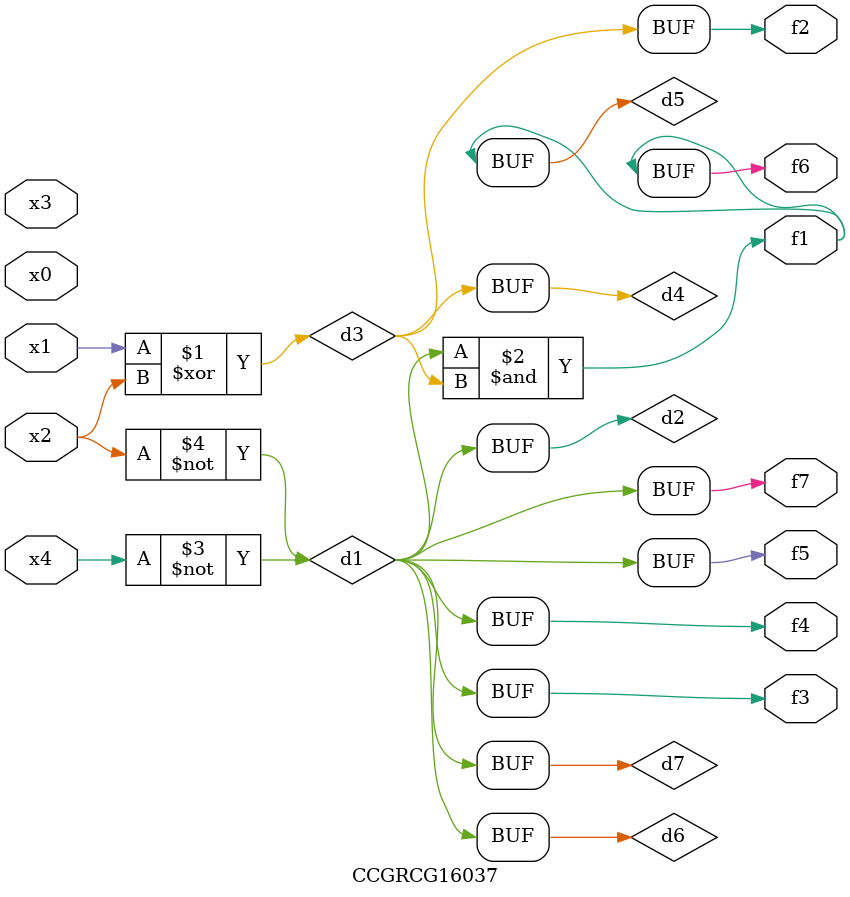
<source format=v>
module CCGRCG16037(
	input x0, x1, x2, x3, x4,
	output f1, f2, f3, f4, f5, f6, f7
);

	wire d1, d2, d3, d4, d5, d6, d7;

	not (d1, x4);
	not (d2, x2);
	xor (d3, x1, x2);
	buf (d4, d3);
	and (d5, d1, d3);
	buf (d6, d1, d2);
	buf (d7, d2);
	assign f1 = d5;
	assign f2 = d4;
	assign f3 = d7;
	assign f4 = d7;
	assign f5 = d7;
	assign f6 = d5;
	assign f7 = d7;
endmodule

</source>
